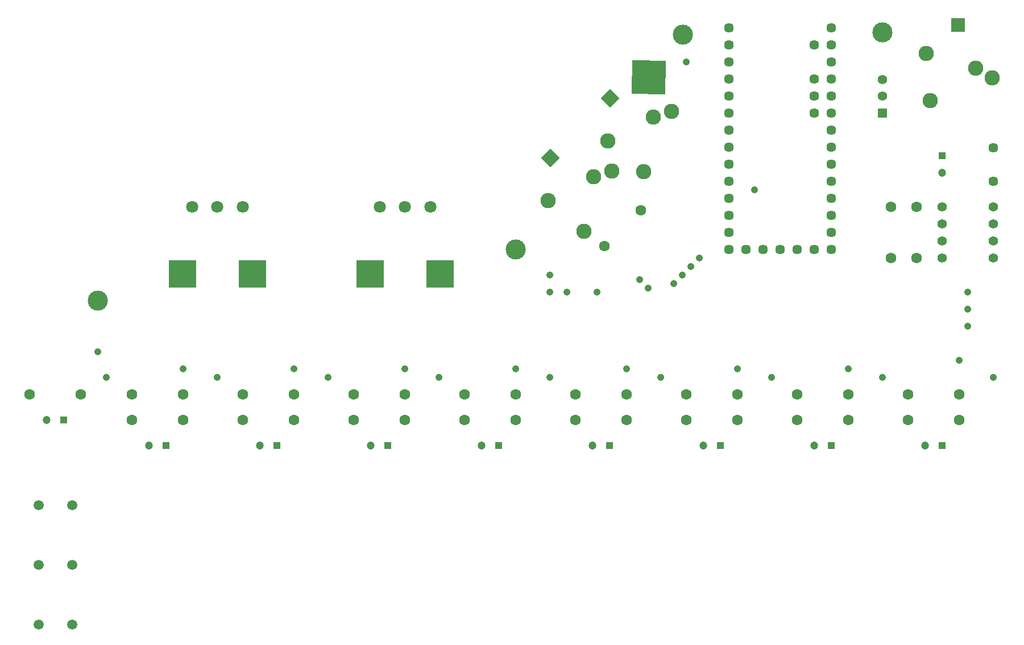
<source format=gbs>
%FSLAX33Y33*%
%MOMM*%
%AMRect-W4000000-H4000000-RO1.000*
21,1,4.,4.,0.,0.,180*%
%AMRect-W1000000-H1000000-RO1.000*
21,1,1.,1.,0.,0.,180*%
%AMRect-W2032000-H2032000-RO0.250*
21,1,2.032,2.032,0.,0.,315*%
%AMRect-W1400000-H1400000-RO1.000*
21,1,1.4,1.4,0.,0.,180*%
%AMRect-W5000000-H5000000-RO1.000*
21,1,5.,5.,0.,0.,179*%
%AMRect-W2032000-H2032000-RO0.500*
21,1,2.032,2.032,0.,0.,270*%
%AMRect-W1000000-H1000000-RO0.500*
21,1,1.,1.,0.,0.,270*%
%ADD10C,1.0668*%
%ADD11C,3.*%
%ADD12C,1.8*%
%ADD13Rect-W4000000-H4000000-RO1.000*%
%ADD14C,1.6*%
%ADD15C,1.6*%
%ADD16C,1.6*%
%ADD17C,1.2*%
%ADD18Rect-W1000000-H1000000-RO1.000*%
%ADD19C,2.286*%
%ADD20Rect-W2032000-H2032000-RO0.250*%
%ADD21C,1.5*%
%ADD22C,1.45*%
%ADD23C,1.4*%
%ADD24Rect-W1400000-H1400000-RO1.000*%
%ADD25Rect-W5000000-H5000000-RO1.000*%
%ADD26C,1.6*%
%ADD27C,1.0668*%
%ADD28C,1.45*%
%ADD29C,2.286*%
%ADD30Rect-W2032000-H2032000-RO0.500*%
%ADD31C,1.2*%
%ADD32Rect-W1000000-H1000000-RO0.500*%
%ADD33C,1.4*%
D10*
%LNbottom solder mask_traces*%
G01*
X81280Y59690D03*
D11*
X130810Y95885D03*
D10*
X99695Y58420D03*
X102235Y60960D03*
X111760Y72390D03*
X142240Y46990D03*
X48260Y44450D03*
X101600Y91440D03*
X26670Y45720D03*
X103505Y62230D03*
X130810Y44450D03*
X64770Y44450D03*
X95885Y57785D03*
X92710Y45720D03*
X31750Y44450D03*
X15240Y44450D03*
X81280Y44450D03*
X147320Y44450D03*
X59690Y45720D03*
X100965Y59690D03*
D11*
X13970Y55880D03*
D10*
X13970Y48260D03*
X43180Y45720D03*
D11*
X76200Y63500D03*
D10*
X83820Y57150D03*
X114300Y44450D03*
X88265Y57150D03*
X97790Y44450D03*
X76200Y45720D03*
X94615Y59055D03*
X125730Y45720D03*
X81280Y57150D03*
D11*
X101092Y95504D03*
D10*
X109220Y45720D03*
%LNbottom solder mask component fb107dcccfdb0926*%
D12*
X35500Y69850D03*
X28000Y69850D03*
X31750Y69850D03*
D13*
X26550Y59850D03*
X36950Y59850D03*
%LNbottom solder mask component 1f20f5d5898abb2f*%
D14*
X92710Y38100D03*
X85090Y38100D03*
%LNbottom solder mask component 27b49cb97a04ef49*%
X76200Y38100D03*
X68580Y38100D03*
%LNbottom solder mask component a620bbc60874f67c*%
D15*
X132080Y62230D03*
X132080Y69850D03*
%LNbottom solder mask component ea2c1d543afd550c*%
D16*
X3810Y41910D03*
X11430Y41910D03*
%LNbottom solder mask component b43df3c15a639c76*%
D14*
X26670Y41910D03*
X19050Y41910D03*
%LNbottom solder mask component de895496bb2fd0e6*%
X109220Y38100D03*
X101600Y38100D03*
%LNbottom solder mask component 82f976b0e811269b*%
D15*
X135890Y62230D03*
X135890Y69850D03*
%LNbottom solder mask component 34e823c397d52473*%
D17*
X120650Y34290D03*
D18*
X123190Y34290D03*
%LNbottom solder mask component 9af73c40574899a7*%
D14*
X59690Y38100D03*
X52070Y38100D03*
%LNbottom solder mask component f836791b44df51a1*%
D17*
X54610Y34290D03*
D18*
X57150Y34290D03*
%LNbottom solder mask component b4f3b804e5a01ba0*%
D19*
X81032Y70785D03*
X86354Y66218D03*
X87742Y74384D03*
X90508Y75174D03*
D20*
X81349Y77114D03*
%LNbottom solder mask component 02b106f82a4a95db*%
D17*
X137160Y34290D03*
D18*
X139700Y34290D03*
%LNbottom solder mask component c91da9575c6a0be3*%
D21*
X10120Y16510D03*
X5120Y16510D03*
%LNbottom solder mask component 9f6d21584f488dcd*%
D14*
X142240Y38100D03*
X134620Y38100D03*
%LNbottom solder mask component 97a26aaf76f6e1cc*%
D22*
X120650Y93980D03*
X120650Y88900D03*
X120650Y86360D03*
X120650Y83820D03*
X120650Y63500D03*
X118110Y63500D03*
X115570Y63500D03*
X113030Y63500D03*
X110490Y63500D03*
X107950Y96520D03*
X107950Y93980D03*
X107950Y91440D03*
X107950Y88900D03*
X107950Y86360D03*
X107950Y83820D03*
X107950Y81280D03*
X107950Y78740D03*
X107950Y76200D03*
X107950Y73660D03*
X107950Y71120D03*
X107950Y68580D03*
X107950Y66040D03*
X107950Y63500D03*
X123190Y63500D03*
X123190Y66040D03*
X123190Y68580D03*
X123190Y71120D03*
X123190Y73660D03*
X123190Y76200D03*
X123190Y78740D03*
X123190Y81280D03*
X123190Y83820D03*
X123190Y86360D03*
X123190Y88900D03*
X123190Y91440D03*
X123190Y93980D03*
X123190Y96520D03*
%LNbottom solder mask component 106714d2bc1b7527*%
D14*
X43180Y41910D03*
X35560Y41910D03*
%LNbottom solder mask component 34c941316c1a9527*%
D17*
X104140Y34290D03*
D18*
X106680Y34290D03*
%LNbottom solder mask component 9ed433e74971deb4*%
D23*
X130810Y86360D03*
X130810Y88860D03*
D24*
X130810Y83860D03*
%LNbottom solder mask component cf9d0f0b436303b1*%
D14*
X125730Y38100D03*
X118110Y38100D03*
%LNbottom solder mask component 58c9e35b802cae0f*%
X76200Y41910D03*
X68580Y41910D03*
%LNbottom solder mask component 36da97aa6b26bacf*%
D17*
X21590Y34290D03*
D18*
X24130Y34290D03*
%LNbottom solder mask component 62e86ca77f7b5a9a*%
D14*
X142240Y41910D03*
X134620Y41910D03*
%LNbottom solder mask component 497d46b69fa9bdd2*%
X43180Y38100D03*
X35560Y38100D03*
%LNbottom solder mask component 718ced2e03940ba8*%
D12*
X63440Y69850D03*
X55940Y69850D03*
X59690Y69850D03*
D13*
X54490Y59850D03*
X64890Y59850D03*
%LNbottom solder mask component c4b1df07a66167ef*%
D14*
X59690Y41910D03*
X52070Y41910D03*
%LNbottom solder mask component c566558ad0bcfb55*%
D17*
X71120Y34290D03*
D18*
X73660Y34290D03*
%LNbottom solder mask component 4820d467dc877488*%
D17*
X87630Y34290D03*
D18*
X90170Y34290D03*
%LNbottom solder mask component 4c04787e1f5174be*%
D25*
X96012Y89154D03*
%LNbottom solder mask component da1d1d7cd5a7c606*%
D26*
X89381Y63981D03*
X94769Y69369D03*
%LNbottom solder mask component 60ae0478fb4407c3*%
D27*
X143510Y52070D03*
X143510Y57150D03*
X143510Y54610D03*
%LNbottom solder mask component a8833ba25e49bac5*%
D19*
X89922Y79675D03*
X95244Y75108D03*
X96632Y83274D03*
X99398Y84064D03*
D20*
X90239Y86004D03*
%LNbottom solder mask component 920632581e92b0fd*%
D17*
X38100Y34290D03*
D18*
X40640Y34290D03*
%LNbottom solder mask component 3612e22fcedd26d8*%
D14*
X125730Y41910D03*
X118110Y41910D03*
%LNbottom solder mask component 3919fc649fdcade3*%
D28*
X147320Y78700D03*
X147320Y73700D03*
%LNbottom solder mask component 6889c37fa128180d*%
D29*
X137338Y92713D03*
X137871Y85720D03*
X144628Y90512D03*
X147142Y89115D03*
D30*
X142037Y96964D03*
%LNbottom solder mask component 42f967a1b082bbaa*%
D17*
X6350Y38100D03*
D18*
X8890Y38100D03*
%LNbottom solder mask component 843ae13b30258408*%
D14*
X26670Y38100D03*
X19050Y38100D03*
%LNbottom solder mask component abea25ac2a452092*%
D21*
X10120Y7620D03*
X5120Y7620D03*
%LNbottom solder mask component 71f6df73bb3e5241*%
D14*
X109220Y41910D03*
X101600Y41910D03*
%LNbottom solder mask component 3cea8e4304858dd9*%
D31*
X139700Y74950D03*
D32*
X139700Y77450D03*
%LNbottom solder mask component c985985d9b0f206f*%
D14*
X92710Y41910D03*
X85090Y41910D03*
%LNbottom solder mask component 6f85b1a43342d1af*%
D21*
X10120Y25400D03*
X5120Y25400D03*
%LNbottom solder mask component d521cece24698383*%
D33*
X147320Y67310D03*
X139700Y62230D03*
X147320Y64770D03*
X139700Y64770D03*
X147320Y62230D03*
X139700Y67310D03*
X139700Y69850D03*
X147320Y69850D03*
M02*
</source>
